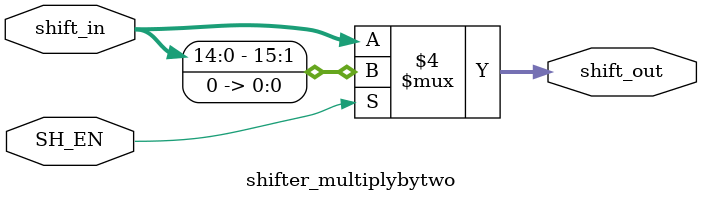
<source format=v>
`timescale 1ns / 1ps


module shifter_multiplybytwo (
    input  wire [15:0] shift_in,
    input  wire SH_EN,
    output reg  [15:0] shift_out
);

always @(*) begin
    if (SH_EN == 1'b1) begin
        shift_out = {shift_in[14:0], 1'b0}; // Shift left by 1 (multiply by 2)
    end else begin
        shift_out = shift_in; // No shift when SH_EN is 0
    end
end

endmodule

</source>
